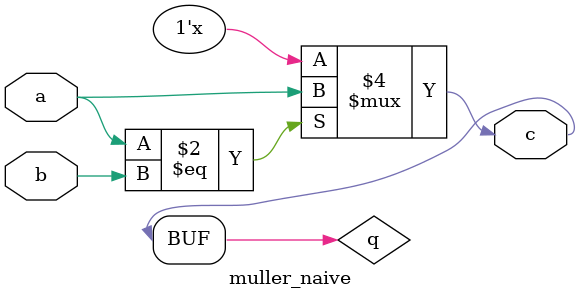
<source format=v>

module muller_naive(
	input a, 
	input b,
	output c
);

reg q;
always @(a or b) begin
	if (a == b) q = a;
end 
assign c = q;

endmodule

</source>
